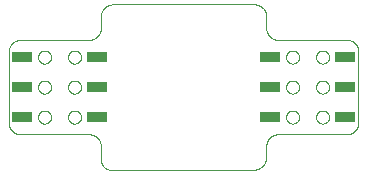
<source format=gbp>
G75*
%MOIN*%
%OFA0B0*%
%FSLAX25Y25*%
%IPPOS*%
%LPD*%
%AMOC8*
5,1,8,0,0,1.08239X$1,22.5*
%
%ADD10C,0.00000*%
%ADD11R,0.07087X0.03543*%
D10*
X0045791Y0032012D02*
X0045915Y0032010D01*
X0046038Y0032004D01*
X0046162Y0031995D01*
X0046284Y0031981D01*
X0046407Y0031964D01*
X0046529Y0031942D01*
X0046650Y0031917D01*
X0046770Y0031888D01*
X0046889Y0031856D01*
X0047008Y0031819D01*
X0047125Y0031779D01*
X0047240Y0031736D01*
X0047355Y0031688D01*
X0047467Y0031637D01*
X0047578Y0031583D01*
X0047688Y0031525D01*
X0047795Y0031464D01*
X0047901Y0031399D01*
X0048004Y0031331D01*
X0048105Y0031260D01*
X0048204Y0031186D01*
X0048301Y0031109D01*
X0048395Y0031028D01*
X0048486Y0030945D01*
X0048575Y0030859D01*
X0048661Y0030770D01*
X0048744Y0030679D01*
X0048825Y0030585D01*
X0048902Y0030488D01*
X0048976Y0030389D01*
X0049047Y0030288D01*
X0049115Y0030185D01*
X0049180Y0030079D01*
X0049241Y0029972D01*
X0049299Y0029862D01*
X0049353Y0029751D01*
X0049404Y0029639D01*
X0049452Y0029524D01*
X0049495Y0029409D01*
X0049535Y0029292D01*
X0049572Y0029173D01*
X0049604Y0029054D01*
X0049633Y0028934D01*
X0049658Y0028813D01*
X0049680Y0028691D01*
X0049697Y0028568D01*
X0049711Y0028446D01*
X0049720Y0028322D01*
X0049726Y0028199D01*
X0049728Y0028075D01*
X0049728Y0024138D01*
X0049713Y0024023D01*
X0049703Y0023907D01*
X0049696Y0023791D01*
X0049693Y0023675D01*
X0049694Y0023558D01*
X0049699Y0023442D01*
X0049708Y0023326D01*
X0049720Y0023211D01*
X0049737Y0023095D01*
X0049757Y0022981D01*
X0049781Y0022867D01*
X0049809Y0022754D01*
X0049841Y0022642D01*
X0049876Y0022532D01*
X0049915Y0022422D01*
X0049958Y0022314D01*
X0050004Y0022207D01*
X0050054Y0022102D01*
X0050108Y0021999D01*
X0050164Y0021897D01*
X0050224Y0021798D01*
X0050288Y0021700D01*
X0050354Y0021605D01*
X0050424Y0021512D01*
X0050497Y0021421D01*
X0050573Y0021333D01*
X0050652Y0021247D01*
X0050733Y0021164D01*
X0050818Y0021084D01*
X0050904Y0021007D01*
X0050994Y0020933D01*
X0051086Y0020861D01*
X0051180Y0020793D01*
X0051276Y0020728D01*
X0051375Y0020666D01*
X0051476Y0020608D01*
X0051578Y0020553D01*
X0051682Y0020501D01*
X0051788Y0020453D01*
X0051896Y0020409D01*
X0052005Y0020368D01*
X0052115Y0020331D01*
X0052226Y0020297D01*
X0052338Y0020268D01*
X0052452Y0020242D01*
X0052566Y0020219D01*
X0052681Y0020201D01*
X0099925Y0020201D01*
X0100056Y0020189D01*
X0100188Y0020180D01*
X0100320Y0020175D01*
X0100452Y0020174D01*
X0100584Y0020177D01*
X0100716Y0020184D01*
X0100848Y0020195D01*
X0100979Y0020210D01*
X0101110Y0020228D01*
X0101240Y0020251D01*
X0101369Y0020277D01*
X0101498Y0020307D01*
X0101625Y0020341D01*
X0101752Y0020379D01*
X0101877Y0020420D01*
X0102002Y0020465D01*
X0102124Y0020514D01*
X0102245Y0020566D01*
X0102365Y0020622D01*
X0102483Y0020682D01*
X0102599Y0020745D01*
X0102713Y0020811D01*
X0102825Y0020881D01*
X0102935Y0020954D01*
X0103043Y0021030D01*
X0103149Y0021110D01*
X0103252Y0021192D01*
X0103353Y0021278D01*
X0103451Y0021366D01*
X0103546Y0021457D01*
X0103639Y0021552D01*
X0103728Y0021648D01*
X0103815Y0021748D01*
X0103899Y0021850D01*
X0103980Y0021954D01*
X0104058Y0022061D01*
X0104132Y0022170D01*
X0104204Y0022281D01*
X0104272Y0022394D01*
X0104336Y0022510D01*
X0104397Y0022627D01*
X0104455Y0022745D01*
X0104509Y0022866D01*
X0104559Y0022988D01*
X0104606Y0023111D01*
X0104649Y0023236D01*
X0104689Y0023362D01*
X0104725Y0023489D01*
X0104756Y0023618D01*
X0104785Y0023747D01*
X0104809Y0023876D01*
X0104829Y0024007D01*
X0104846Y0024138D01*
X0104846Y0028075D01*
X0104848Y0028199D01*
X0104854Y0028322D01*
X0104863Y0028446D01*
X0104877Y0028568D01*
X0104894Y0028691D01*
X0104916Y0028813D01*
X0104941Y0028934D01*
X0104970Y0029054D01*
X0105002Y0029173D01*
X0105039Y0029292D01*
X0105079Y0029409D01*
X0105122Y0029524D01*
X0105170Y0029639D01*
X0105221Y0029751D01*
X0105275Y0029862D01*
X0105333Y0029972D01*
X0105394Y0030079D01*
X0105459Y0030185D01*
X0105527Y0030288D01*
X0105598Y0030389D01*
X0105672Y0030488D01*
X0105749Y0030585D01*
X0105830Y0030679D01*
X0105913Y0030770D01*
X0105999Y0030859D01*
X0106088Y0030945D01*
X0106179Y0031028D01*
X0106273Y0031109D01*
X0106370Y0031186D01*
X0106469Y0031260D01*
X0106570Y0031331D01*
X0106673Y0031399D01*
X0106779Y0031464D01*
X0106886Y0031525D01*
X0106996Y0031583D01*
X0107107Y0031637D01*
X0107219Y0031688D01*
X0107334Y0031736D01*
X0107449Y0031779D01*
X0107566Y0031819D01*
X0107685Y0031856D01*
X0107804Y0031888D01*
X0107924Y0031917D01*
X0108045Y0031942D01*
X0108167Y0031964D01*
X0108290Y0031981D01*
X0108412Y0031995D01*
X0108536Y0032004D01*
X0108659Y0032010D01*
X0108783Y0032012D01*
X0131618Y0032012D01*
X0131742Y0032014D01*
X0131865Y0032020D01*
X0131989Y0032029D01*
X0132111Y0032043D01*
X0132234Y0032060D01*
X0132356Y0032082D01*
X0132477Y0032107D01*
X0132597Y0032136D01*
X0132716Y0032168D01*
X0132835Y0032205D01*
X0132952Y0032245D01*
X0133067Y0032288D01*
X0133182Y0032336D01*
X0133294Y0032387D01*
X0133405Y0032441D01*
X0133515Y0032499D01*
X0133622Y0032560D01*
X0133728Y0032625D01*
X0133831Y0032693D01*
X0133932Y0032764D01*
X0134031Y0032838D01*
X0134128Y0032915D01*
X0134222Y0032996D01*
X0134313Y0033079D01*
X0134402Y0033165D01*
X0134488Y0033254D01*
X0134571Y0033345D01*
X0134652Y0033439D01*
X0134729Y0033536D01*
X0134803Y0033635D01*
X0134874Y0033736D01*
X0134942Y0033839D01*
X0135007Y0033945D01*
X0135068Y0034052D01*
X0135126Y0034162D01*
X0135180Y0034273D01*
X0135231Y0034385D01*
X0135279Y0034500D01*
X0135322Y0034615D01*
X0135362Y0034732D01*
X0135399Y0034851D01*
X0135431Y0034970D01*
X0135460Y0035090D01*
X0135485Y0035211D01*
X0135507Y0035333D01*
X0135524Y0035456D01*
X0135538Y0035578D01*
X0135547Y0035702D01*
X0135553Y0035825D01*
X0135555Y0035949D01*
X0135555Y0059571D01*
X0135553Y0059695D01*
X0135547Y0059818D01*
X0135538Y0059942D01*
X0135524Y0060064D01*
X0135507Y0060187D01*
X0135485Y0060309D01*
X0135460Y0060430D01*
X0135431Y0060550D01*
X0135399Y0060669D01*
X0135362Y0060788D01*
X0135322Y0060905D01*
X0135279Y0061020D01*
X0135231Y0061135D01*
X0135180Y0061247D01*
X0135126Y0061358D01*
X0135068Y0061468D01*
X0135007Y0061575D01*
X0134942Y0061681D01*
X0134874Y0061784D01*
X0134803Y0061885D01*
X0134729Y0061984D01*
X0134652Y0062081D01*
X0134571Y0062175D01*
X0134488Y0062266D01*
X0134402Y0062355D01*
X0134313Y0062441D01*
X0134222Y0062524D01*
X0134128Y0062605D01*
X0134031Y0062682D01*
X0133932Y0062756D01*
X0133831Y0062827D01*
X0133728Y0062895D01*
X0133622Y0062960D01*
X0133515Y0063021D01*
X0133405Y0063079D01*
X0133294Y0063133D01*
X0133182Y0063184D01*
X0133067Y0063232D01*
X0132952Y0063275D01*
X0132835Y0063315D01*
X0132716Y0063352D01*
X0132597Y0063384D01*
X0132477Y0063413D01*
X0132356Y0063438D01*
X0132234Y0063460D01*
X0132111Y0063477D01*
X0131989Y0063491D01*
X0131865Y0063500D01*
X0131742Y0063506D01*
X0131618Y0063508D01*
X0108783Y0063508D01*
X0108659Y0063510D01*
X0108536Y0063516D01*
X0108412Y0063525D01*
X0108290Y0063539D01*
X0108167Y0063556D01*
X0108045Y0063578D01*
X0107924Y0063603D01*
X0107804Y0063632D01*
X0107685Y0063664D01*
X0107566Y0063701D01*
X0107449Y0063741D01*
X0107334Y0063784D01*
X0107219Y0063832D01*
X0107107Y0063883D01*
X0106996Y0063937D01*
X0106886Y0063995D01*
X0106779Y0064056D01*
X0106673Y0064121D01*
X0106570Y0064189D01*
X0106469Y0064260D01*
X0106370Y0064334D01*
X0106273Y0064411D01*
X0106179Y0064492D01*
X0106088Y0064575D01*
X0105999Y0064661D01*
X0105913Y0064750D01*
X0105830Y0064841D01*
X0105749Y0064935D01*
X0105672Y0065032D01*
X0105598Y0065131D01*
X0105527Y0065232D01*
X0105459Y0065335D01*
X0105394Y0065441D01*
X0105333Y0065548D01*
X0105275Y0065658D01*
X0105221Y0065769D01*
X0105170Y0065881D01*
X0105122Y0065996D01*
X0105079Y0066111D01*
X0105039Y0066228D01*
X0105002Y0066347D01*
X0104970Y0066466D01*
X0104941Y0066586D01*
X0104916Y0066707D01*
X0104894Y0066829D01*
X0104877Y0066952D01*
X0104863Y0067074D01*
X0104854Y0067198D01*
X0104848Y0067321D01*
X0104846Y0067445D01*
X0104846Y0071382D01*
X0104844Y0071506D01*
X0104838Y0071629D01*
X0104829Y0071753D01*
X0104815Y0071875D01*
X0104798Y0071998D01*
X0104776Y0072120D01*
X0104751Y0072241D01*
X0104722Y0072361D01*
X0104690Y0072480D01*
X0104653Y0072599D01*
X0104613Y0072716D01*
X0104570Y0072831D01*
X0104522Y0072946D01*
X0104471Y0073058D01*
X0104417Y0073169D01*
X0104359Y0073279D01*
X0104298Y0073386D01*
X0104233Y0073492D01*
X0104165Y0073595D01*
X0104094Y0073696D01*
X0104020Y0073795D01*
X0103943Y0073892D01*
X0103862Y0073986D01*
X0103779Y0074077D01*
X0103693Y0074166D01*
X0103604Y0074252D01*
X0103513Y0074335D01*
X0103419Y0074416D01*
X0103322Y0074493D01*
X0103223Y0074567D01*
X0103122Y0074638D01*
X0103019Y0074706D01*
X0102913Y0074771D01*
X0102806Y0074832D01*
X0102696Y0074890D01*
X0102585Y0074944D01*
X0102473Y0074995D01*
X0102358Y0075043D01*
X0102243Y0075086D01*
X0102126Y0075126D01*
X0102007Y0075163D01*
X0101888Y0075195D01*
X0101768Y0075224D01*
X0101647Y0075249D01*
X0101525Y0075271D01*
X0101402Y0075288D01*
X0101280Y0075302D01*
X0101156Y0075311D01*
X0101033Y0075317D01*
X0100909Y0075319D01*
X0053665Y0075319D01*
X0053541Y0075317D01*
X0053418Y0075311D01*
X0053294Y0075302D01*
X0053172Y0075288D01*
X0053049Y0075271D01*
X0052927Y0075249D01*
X0052806Y0075224D01*
X0052686Y0075195D01*
X0052567Y0075163D01*
X0052448Y0075126D01*
X0052331Y0075086D01*
X0052216Y0075043D01*
X0052101Y0074995D01*
X0051989Y0074944D01*
X0051878Y0074890D01*
X0051768Y0074832D01*
X0051661Y0074771D01*
X0051555Y0074706D01*
X0051452Y0074638D01*
X0051351Y0074567D01*
X0051252Y0074493D01*
X0051155Y0074416D01*
X0051061Y0074335D01*
X0050970Y0074252D01*
X0050881Y0074166D01*
X0050795Y0074077D01*
X0050712Y0073986D01*
X0050631Y0073892D01*
X0050554Y0073795D01*
X0050480Y0073696D01*
X0050409Y0073595D01*
X0050341Y0073492D01*
X0050276Y0073386D01*
X0050215Y0073279D01*
X0050157Y0073169D01*
X0050103Y0073058D01*
X0050052Y0072946D01*
X0050004Y0072831D01*
X0049961Y0072716D01*
X0049921Y0072599D01*
X0049884Y0072480D01*
X0049852Y0072361D01*
X0049823Y0072241D01*
X0049798Y0072120D01*
X0049776Y0071998D01*
X0049759Y0071875D01*
X0049745Y0071753D01*
X0049736Y0071629D01*
X0049730Y0071506D01*
X0049728Y0071382D01*
X0049728Y0067445D01*
X0049726Y0067321D01*
X0049720Y0067198D01*
X0049711Y0067074D01*
X0049697Y0066952D01*
X0049680Y0066829D01*
X0049658Y0066707D01*
X0049633Y0066586D01*
X0049604Y0066466D01*
X0049572Y0066347D01*
X0049535Y0066228D01*
X0049495Y0066111D01*
X0049452Y0065996D01*
X0049404Y0065881D01*
X0049353Y0065769D01*
X0049299Y0065658D01*
X0049241Y0065548D01*
X0049180Y0065441D01*
X0049115Y0065335D01*
X0049047Y0065232D01*
X0048976Y0065131D01*
X0048902Y0065032D01*
X0048825Y0064935D01*
X0048744Y0064841D01*
X0048661Y0064750D01*
X0048575Y0064661D01*
X0048486Y0064575D01*
X0048395Y0064492D01*
X0048301Y0064411D01*
X0048204Y0064334D01*
X0048105Y0064260D01*
X0048004Y0064189D01*
X0047901Y0064121D01*
X0047795Y0064056D01*
X0047688Y0063995D01*
X0047578Y0063937D01*
X0047467Y0063883D01*
X0047355Y0063832D01*
X0047240Y0063784D01*
X0047125Y0063741D01*
X0047008Y0063701D01*
X0046889Y0063664D01*
X0046770Y0063632D01*
X0046650Y0063603D01*
X0046529Y0063578D01*
X0046407Y0063556D01*
X0046284Y0063539D01*
X0046162Y0063525D01*
X0046038Y0063516D01*
X0045915Y0063510D01*
X0045791Y0063508D01*
X0022957Y0063508D01*
X0022833Y0063506D01*
X0022710Y0063500D01*
X0022586Y0063491D01*
X0022464Y0063477D01*
X0022341Y0063460D01*
X0022219Y0063438D01*
X0022098Y0063413D01*
X0021978Y0063384D01*
X0021859Y0063352D01*
X0021740Y0063315D01*
X0021623Y0063275D01*
X0021508Y0063232D01*
X0021393Y0063184D01*
X0021281Y0063133D01*
X0021170Y0063079D01*
X0021060Y0063021D01*
X0020953Y0062960D01*
X0020847Y0062895D01*
X0020744Y0062827D01*
X0020643Y0062756D01*
X0020544Y0062682D01*
X0020447Y0062605D01*
X0020353Y0062524D01*
X0020262Y0062441D01*
X0020173Y0062355D01*
X0020087Y0062266D01*
X0020004Y0062175D01*
X0019923Y0062081D01*
X0019846Y0061984D01*
X0019772Y0061885D01*
X0019701Y0061784D01*
X0019633Y0061681D01*
X0019568Y0061575D01*
X0019507Y0061468D01*
X0019449Y0061358D01*
X0019395Y0061247D01*
X0019344Y0061135D01*
X0019296Y0061020D01*
X0019253Y0060905D01*
X0019213Y0060788D01*
X0019176Y0060669D01*
X0019144Y0060550D01*
X0019115Y0060430D01*
X0019090Y0060309D01*
X0019068Y0060187D01*
X0019051Y0060064D01*
X0019037Y0059942D01*
X0019028Y0059818D01*
X0019022Y0059695D01*
X0019020Y0059571D01*
X0019020Y0035949D01*
X0019022Y0035825D01*
X0019028Y0035702D01*
X0019037Y0035578D01*
X0019051Y0035456D01*
X0019068Y0035333D01*
X0019090Y0035211D01*
X0019115Y0035090D01*
X0019144Y0034970D01*
X0019176Y0034851D01*
X0019213Y0034732D01*
X0019253Y0034615D01*
X0019296Y0034500D01*
X0019344Y0034385D01*
X0019395Y0034273D01*
X0019449Y0034162D01*
X0019507Y0034052D01*
X0019568Y0033945D01*
X0019633Y0033839D01*
X0019701Y0033736D01*
X0019772Y0033635D01*
X0019846Y0033536D01*
X0019923Y0033439D01*
X0020004Y0033345D01*
X0020087Y0033254D01*
X0020173Y0033165D01*
X0020262Y0033079D01*
X0020353Y0032996D01*
X0020447Y0032915D01*
X0020544Y0032838D01*
X0020643Y0032764D01*
X0020744Y0032693D01*
X0020847Y0032625D01*
X0020953Y0032560D01*
X0021060Y0032499D01*
X0021170Y0032441D01*
X0021281Y0032387D01*
X0021393Y0032336D01*
X0021508Y0032288D01*
X0021623Y0032245D01*
X0021740Y0032205D01*
X0021859Y0032168D01*
X0021978Y0032136D01*
X0022098Y0032107D01*
X0022219Y0032082D01*
X0022341Y0032060D01*
X0022464Y0032043D01*
X0022586Y0032029D01*
X0022710Y0032020D01*
X0022833Y0032014D01*
X0022957Y0032012D01*
X0045791Y0032012D01*
X0038784Y0037760D02*
X0038786Y0037853D01*
X0038792Y0037945D01*
X0038802Y0038037D01*
X0038816Y0038128D01*
X0038833Y0038219D01*
X0038855Y0038309D01*
X0038880Y0038398D01*
X0038909Y0038486D01*
X0038942Y0038572D01*
X0038979Y0038657D01*
X0039019Y0038741D01*
X0039063Y0038822D01*
X0039110Y0038902D01*
X0039160Y0038980D01*
X0039214Y0039055D01*
X0039271Y0039128D01*
X0039331Y0039198D01*
X0039394Y0039266D01*
X0039460Y0039331D01*
X0039528Y0039393D01*
X0039599Y0039453D01*
X0039673Y0039509D01*
X0039749Y0039562D01*
X0039827Y0039611D01*
X0039907Y0039658D01*
X0039989Y0039700D01*
X0040073Y0039740D01*
X0040158Y0039775D01*
X0040245Y0039807D01*
X0040333Y0039836D01*
X0040422Y0039860D01*
X0040512Y0039881D01*
X0040603Y0039897D01*
X0040695Y0039910D01*
X0040787Y0039919D01*
X0040880Y0039924D01*
X0040972Y0039925D01*
X0041065Y0039922D01*
X0041157Y0039915D01*
X0041249Y0039904D01*
X0041340Y0039889D01*
X0041431Y0039871D01*
X0041521Y0039848D01*
X0041609Y0039822D01*
X0041697Y0039792D01*
X0041783Y0039758D01*
X0041867Y0039721D01*
X0041950Y0039679D01*
X0042031Y0039635D01*
X0042111Y0039587D01*
X0042188Y0039536D01*
X0042262Y0039481D01*
X0042335Y0039423D01*
X0042405Y0039363D01*
X0042472Y0039299D01*
X0042536Y0039233D01*
X0042598Y0039163D01*
X0042656Y0039092D01*
X0042711Y0039018D01*
X0042763Y0038941D01*
X0042812Y0038862D01*
X0042858Y0038782D01*
X0042900Y0038699D01*
X0042938Y0038615D01*
X0042973Y0038529D01*
X0043004Y0038442D01*
X0043031Y0038354D01*
X0043054Y0038264D01*
X0043074Y0038174D01*
X0043090Y0038083D01*
X0043102Y0037991D01*
X0043110Y0037899D01*
X0043114Y0037806D01*
X0043114Y0037714D01*
X0043110Y0037621D01*
X0043102Y0037529D01*
X0043090Y0037437D01*
X0043074Y0037346D01*
X0043054Y0037256D01*
X0043031Y0037166D01*
X0043004Y0037078D01*
X0042973Y0036991D01*
X0042938Y0036905D01*
X0042900Y0036821D01*
X0042858Y0036738D01*
X0042812Y0036658D01*
X0042763Y0036579D01*
X0042711Y0036502D01*
X0042656Y0036428D01*
X0042598Y0036357D01*
X0042536Y0036287D01*
X0042472Y0036221D01*
X0042405Y0036157D01*
X0042335Y0036097D01*
X0042262Y0036039D01*
X0042188Y0035984D01*
X0042111Y0035933D01*
X0042032Y0035885D01*
X0041950Y0035841D01*
X0041867Y0035799D01*
X0041783Y0035762D01*
X0041697Y0035728D01*
X0041609Y0035698D01*
X0041521Y0035672D01*
X0041431Y0035649D01*
X0041340Y0035631D01*
X0041249Y0035616D01*
X0041157Y0035605D01*
X0041065Y0035598D01*
X0040972Y0035595D01*
X0040880Y0035596D01*
X0040787Y0035601D01*
X0040695Y0035610D01*
X0040603Y0035623D01*
X0040512Y0035639D01*
X0040422Y0035660D01*
X0040333Y0035684D01*
X0040245Y0035713D01*
X0040158Y0035745D01*
X0040073Y0035780D01*
X0039989Y0035820D01*
X0039907Y0035862D01*
X0039827Y0035909D01*
X0039749Y0035958D01*
X0039673Y0036011D01*
X0039599Y0036067D01*
X0039528Y0036127D01*
X0039460Y0036189D01*
X0039394Y0036254D01*
X0039331Y0036322D01*
X0039271Y0036392D01*
X0039214Y0036465D01*
X0039160Y0036540D01*
X0039110Y0036618D01*
X0039063Y0036698D01*
X0039019Y0036779D01*
X0038979Y0036863D01*
X0038942Y0036948D01*
X0038909Y0037034D01*
X0038880Y0037122D01*
X0038855Y0037211D01*
X0038833Y0037301D01*
X0038816Y0037392D01*
X0038802Y0037483D01*
X0038792Y0037575D01*
X0038786Y0037667D01*
X0038784Y0037760D01*
X0028784Y0037760D02*
X0028786Y0037853D01*
X0028792Y0037945D01*
X0028802Y0038037D01*
X0028816Y0038128D01*
X0028833Y0038219D01*
X0028855Y0038309D01*
X0028880Y0038398D01*
X0028909Y0038486D01*
X0028942Y0038572D01*
X0028979Y0038657D01*
X0029019Y0038741D01*
X0029063Y0038822D01*
X0029110Y0038902D01*
X0029160Y0038980D01*
X0029214Y0039055D01*
X0029271Y0039128D01*
X0029331Y0039198D01*
X0029394Y0039266D01*
X0029460Y0039331D01*
X0029528Y0039393D01*
X0029599Y0039453D01*
X0029673Y0039509D01*
X0029749Y0039562D01*
X0029827Y0039611D01*
X0029907Y0039658D01*
X0029989Y0039700D01*
X0030073Y0039740D01*
X0030158Y0039775D01*
X0030245Y0039807D01*
X0030333Y0039836D01*
X0030422Y0039860D01*
X0030512Y0039881D01*
X0030603Y0039897D01*
X0030695Y0039910D01*
X0030787Y0039919D01*
X0030880Y0039924D01*
X0030972Y0039925D01*
X0031065Y0039922D01*
X0031157Y0039915D01*
X0031249Y0039904D01*
X0031340Y0039889D01*
X0031431Y0039871D01*
X0031521Y0039848D01*
X0031609Y0039822D01*
X0031697Y0039792D01*
X0031783Y0039758D01*
X0031867Y0039721D01*
X0031950Y0039679D01*
X0032031Y0039635D01*
X0032111Y0039587D01*
X0032188Y0039536D01*
X0032262Y0039481D01*
X0032335Y0039423D01*
X0032405Y0039363D01*
X0032472Y0039299D01*
X0032536Y0039233D01*
X0032598Y0039163D01*
X0032656Y0039092D01*
X0032711Y0039018D01*
X0032763Y0038941D01*
X0032812Y0038862D01*
X0032858Y0038782D01*
X0032900Y0038699D01*
X0032938Y0038615D01*
X0032973Y0038529D01*
X0033004Y0038442D01*
X0033031Y0038354D01*
X0033054Y0038264D01*
X0033074Y0038174D01*
X0033090Y0038083D01*
X0033102Y0037991D01*
X0033110Y0037899D01*
X0033114Y0037806D01*
X0033114Y0037714D01*
X0033110Y0037621D01*
X0033102Y0037529D01*
X0033090Y0037437D01*
X0033074Y0037346D01*
X0033054Y0037256D01*
X0033031Y0037166D01*
X0033004Y0037078D01*
X0032973Y0036991D01*
X0032938Y0036905D01*
X0032900Y0036821D01*
X0032858Y0036738D01*
X0032812Y0036658D01*
X0032763Y0036579D01*
X0032711Y0036502D01*
X0032656Y0036428D01*
X0032598Y0036357D01*
X0032536Y0036287D01*
X0032472Y0036221D01*
X0032405Y0036157D01*
X0032335Y0036097D01*
X0032262Y0036039D01*
X0032188Y0035984D01*
X0032111Y0035933D01*
X0032032Y0035885D01*
X0031950Y0035841D01*
X0031867Y0035799D01*
X0031783Y0035762D01*
X0031697Y0035728D01*
X0031609Y0035698D01*
X0031521Y0035672D01*
X0031431Y0035649D01*
X0031340Y0035631D01*
X0031249Y0035616D01*
X0031157Y0035605D01*
X0031065Y0035598D01*
X0030972Y0035595D01*
X0030880Y0035596D01*
X0030787Y0035601D01*
X0030695Y0035610D01*
X0030603Y0035623D01*
X0030512Y0035639D01*
X0030422Y0035660D01*
X0030333Y0035684D01*
X0030245Y0035713D01*
X0030158Y0035745D01*
X0030073Y0035780D01*
X0029989Y0035820D01*
X0029907Y0035862D01*
X0029827Y0035909D01*
X0029749Y0035958D01*
X0029673Y0036011D01*
X0029599Y0036067D01*
X0029528Y0036127D01*
X0029460Y0036189D01*
X0029394Y0036254D01*
X0029331Y0036322D01*
X0029271Y0036392D01*
X0029214Y0036465D01*
X0029160Y0036540D01*
X0029110Y0036618D01*
X0029063Y0036698D01*
X0029019Y0036779D01*
X0028979Y0036863D01*
X0028942Y0036948D01*
X0028909Y0037034D01*
X0028880Y0037122D01*
X0028855Y0037211D01*
X0028833Y0037301D01*
X0028816Y0037392D01*
X0028802Y0037483D01*
X0028792Y0037575D01*
X0028786Y0037667D01*
X0028784Y0037760D01*
X0028784Y0047760D02*
X0028786Y0047853D01*
X0028792Y0047945D01*
X0028802Y0048037D01*
X0028816Y0048128D01*
X0028833Y0048219D01*
X0028855Y0048309D01*
X0028880Y0048398D01*
X0028909Y0048486D01*
X0028942Y0048572D01*
X0028979Y0048657D01*
X0029019Y0048741D01*
X0029063Y0048822D01*
X0029110Y0048902D01*
X0029160Y0048980D01*
X0029214Y0049055D01*
X0029271Y0049128D01*
X0029331Y0049198D01*
X0029394Y0049266D01*
X0029460Y0049331D01*
X0029528Y0049393D01*
X0029599Y0049453D01*
X0029673Y0049509D01*
X0029749Y0049562D01*
X0029827Y0049611D01*
X0029907Y0049658D01*
X0029989Y0049700D01*
X0030073Y0049740D01*
X0030158Y0049775D01*
X0030245Y0049807D01*
X0030333Y0049836D01*
X0030422Y0049860D01*
X0030512Y0049881D01*
X0030603Y0049897D01*
X0030695Y0049910D01*
X0030787Y0049919D01*
X0030880Y0049924D01*
X0030972Y0049925D01*
X0031065Y0049922D01*
X0031157Y0049915D01*
X0031249Y0049904D01*
X0031340Y0049889D01*
X0031431Y0049871D01*
X0031521Y0049848D01*
X0031609Y0049822D01*
X0031697Y0049792D01*
X0031783Y0049758D01*
X0031867Y0049721D01*
X0031950Y0049679D01*
X0032031Y0049635D01*
X0032111Y0049587D01*
X0032188Y0049536D01*
X0032262Y0049481D01*
X0032335Y0049423D01*
X0032405Y0049363D01*
X0032472Y0049299D01*
X0032536Y0049233D01*
X0032598Y0049163D01*
X0032656Y0049092D01*
X0032711Y0049018D01*
X0032763Y0048941D01*
X0032812Y0048862D01*
X0032858Y0048782D01*
X0032900Y0048699D01*
X0032938Y0048615D01*
X0032973Y0048529D01*
X0033004Y0048442D01*
X0033031Y0048354D01*
X0033054Y0048264D01*
X0033074Y0048174D01*
X0033090Y0048083D01*
X0033102Y0047991D01*
X0033110Y0047899D01*
X0033114Y0047806D01*
X0033114Y0047714D01*
X0033110Y0047621D01*
X0033102Y0047529D01*
X0033090Y0047437D01*
X0033074Y0047346D01*
X0033054Y0047256D01*
X0033031Y0047166D01*
X0033004Y0047078D01*
X0032973Y0046991D01*
X0032938Y0046905D01*
X0032900Y0046821D01*
X0032858Y0046738D01*
X0032812Y0046658D01*
X0032763Y0046579D01*
X0032711Y0046502D01*
X0032656Y0046428D01*
X0032598Y0046357D01*
X0032536Y0046287D01*
X0032472Y0046221D01*
X0032405Y0046157D01*
X0032335Y0046097D01*
X0032262Y0046039D01*
X0032188Y0045984D01*
X0032111Y0045933D01*
X0032032Y0045885D01*
X0031950Y0045841D01*
X0031867Y0045799D01*
X0031783Y0045762D01*
X0031697Y0045728D01*
X0031609Y0045698D01*
X0031521Y0045672D01*
X0031431Y0045649D01*
X0031340Y0045631D01*
X0031249Y0045616D01*
X0031157Y0045605D01*
X0031065Y0045598D01*
X0030972Y0045595D01*
X0030880Y0045596D01*
X0030787Y0045601D01*
X0030695Y0045610D01*
X0030603Y0045623D01*
X0030512Y0045639D01*
X0030422Y0045660D01*
X0030333Y0045684D01*
X0030245Y0045713D01*
X0030158Y0045745D01*
X0030073Y0045780D01*
X0029989Y0045820D01*
X0029907Y0045862D01*
X0029827Y0045909D01*
X0029749Y0045958D01*
X0029673Y0046011D01*
X0029599Y0046067D01*
X0029528Y0046127D01*
X0029460Y0046189D01*
X0029394Y0046254D01*
X0029331Y0046322D01*
X0029271Y0046392D01*
X0029214Y0046465D01*
X0029160Y0046540D01*
X0029110Y0046618D01*
X0029063Y0046698D01*
X0029019Y0046779D01*
X0028979Y0046863D01*
X0028942Y0046948D01*
X0028909Y0047034D01*
X0028880Y0047122D01*
X0028855Y0047211D01*
X0028833Y0047301D01*
X0028816Y0047392D01*
X0028802Y0047483D01*
X0028792Y0047575D01*
X0028786Y0047667D01*
X0028784Y0047760D01*
X0038784Y0047760D02*
X0038786Y0047853D01*
X0038792Y0047945D01*
X0038802Y0048037D01*
X0038816Y0048128D01*
X0038833Y0048219D01*
X0038855Y0048309D01*
X0038880Y0048398D01*
X0038909Y0048486D01*
X0038942Y0048572D01*
X0038979Y0048657D01*
X0039019Y0048741D01*
X0039063Y0048822D01*
X0039110Y0048902D01*
X0039160Y0048980D01*
X0039214Y0049055D01*
X0039271Y0049128D01*
X0039331Y0049198D01*
X0039394Y0049266D01*
X0039460Y0049331D01*
X0039528Y0049393D01*
X0039599Y0049453D01*
X0039673Y0049509D01*
X0039749Y0049562D01*
X0039827Y0049611D01*
X0039907Y0049658D01*
X0039989Y0049700D01*
X0040073Y0049740D01*
X0040158Y0049775D01*
X0040245Y0049807D01*
X0040333Y0049836D01*
X0040422Y0049860D01*
X0040512Y0049881D01*
X0040603Y0049897D01*
X0040695Y0049910D01*
X0040787Y0049919D01*
X0040880Y0049924D01*
X0040972Y0049925D01*
X0041065Y0049922D01*
X0041157Y0049915D01*
X0041249Y0049904D01*
X0041340Y0049889D01*
X0041431Y0049871D01*
X0041521Y0049848D01*
X0041609Y0049822D01*
X0041697Y0049792D01*
X0041783Y0049758D01*
X0041867Y0049721D01*
X0041950Y0049679D01*
X0042031Y0049635D01*
X0042111Y0049587D01*
X0042188Y0049536D01*
X0042262Y0049481D01*
X0042335Y0049423D01*
X0042405Y0049363D01*
X0042472Y0049299D01*
X0042536Y0049233D01*
X0042598Y0049163D01*
X0042656Y0049092D01*
X0042711Y0049018D01*
X0042763Y0048941D01*
X0042812Y0048862D01*
X0042858Y0048782D01*
X0042900Y0048699D01*
X0042938Y0048615D01*
X0042973Y0048529D01*
X0043004Y0048442D01*
X0043031Y0048354D01*
X0043054Y0048264D01*
X0043074Y0048174D01*
X0043090Y0048083D01*
X0043102Y0047991D01*
X0043110Y0047899D01*
X0043114Y0047806D01*
X0043114Y0047714D01*
X0043110Y0047621D01*
X0043102Y0047529D01*
X0043090Y0047437D01*
X0043074Y0047346D01*
X0043054Y0047256D01*
X0043031Y0047166D01*
X0043004Y0047078D01*
X0042973Y0046991D01*
X0042938Y0046905D01*
X0042900Y0046821D01*
X0042858Y0046738D01*
X0042812Y0046658D01*
X0042763Y0046579D01*
X0042711Y0046502D01*
X0042656Y0046428D01*
X0042598Y0046357D01*
X0042536Y0046287D01*
X0042472Y0046221D01*
X0042405Y0046157D01*
X0042335Y0046097D01*
X0042262Y0046039D01*
X0042188Y0045984D01*
X0042111Y0045933D01*
X0042032Y0045885D01*
X0041950Y0045841D01*
X0041867Y0045799D01*
X0041783Y0045762D01*
X0041697Y0045728D01*
X0041609Y0045698D01*
X0041521Y0045672D01*
X0041431Y0045649D01*
X0041340Y0045631D01*
X0041249Y0045616D01*
X0041157Y0045605D01*
X0041065Y0045598D01*
X0040972Y0045595D01*
X0040880Y0045596D01*
X0040787Y0045601D01*
X0040695Y0045610D01*
X0040603Y0045623D01*
X0040512Y0045639D01*
X0040422Y0045660D01*
X0040333Y0045684D01*
X0040245Y0045713D01*
X0040158Y0045745D01*
X0040073Y0045780D01*
X0039989Y0045820D01*
X0039907Y0045862D01*
X0039827Y0045909D01*
X0039749Y0045958D01*
X0039673Y0046011D01*
X0039599Y0046067D01*
X0039528Y0046127D01*
X0039460Y0046189D01*
X0039394Y0046254D01*
X0039331Y0046322D01*
X0039271Y0046392D01*
X0039214Y0046465D01*
X0039160Y0046540D01*
X0039110Y0046618D01*
X0039063Y0046698D01*
X0039019Y0046779D01*
X0038979Y0046863D01*
X0038942Y0046948D01*
X0038909Y0047034D01*
X0038880Y0047122D01*
X0038855Y0047211D01*
X0038833Y0047301D01*
X0038816Y0047392D01*
X0038802Y0047483D01*
X0038792Y0047575D01*
X0038786Y0047667D01*
X0038784Y0047760D01*
X0038784Y0057760D02*
X0038786Y0057853D01*
X0038792Y0057945D01*
X0038802Y0058037D01*
X0038816Y0058128D01*
X0038833Y0058219D01*
X0038855Y0058309D01*
X0038880Y0058398D01*
X0038909Y0058486D01*
X0038942Y0058572D01*
X0038979Y0058657D01*
X0039019Y0058741D01*
X0039063Y0058822D01*
X0039110Y0058902D01*
X0039160Y0058980D01*
X0039214Y0059055D01*
X0039271Y0059128D01*
X0039331Y0059198D01*
X0039394Y0059266D01*
X0039460Y0059331D01*
X0039528Y0059393D01*
X0039599Y0059453D01*
X0039673Y0059509D01*
X0039749Y0059562D01*
X0039827Y0059611D01*
X0039907Y0059658D01*
X0039989Y0059700D01*
X0040073Y0059740D01*
X0040158Y0059775D01*
X0040245Y0059807D01*
X0040333Y0059836D01*
X0040422Y0059860D01*
X0040512Y0059881D01*
X0040603Y0059897D01*
X0040695Y0059910D01*
X0040787Y0059919D01*
X0040880Y0059924D01*
X0040972Y0059925D01*
X0041065Y0059922D01*
X0041157Y0059915D01*
X0041249Y0059904D01*
X0041340Y0059889D01*
X0041431Y0059871D01*
X0041521Y0059848D01*
X0041609Y0059822D01*
X0041697Y0059792D01*
X0041783Y0059758D01*
X0041867Y0059721D01*
X0041950Y0059679D01*
X0042031Y0059635D01*
X0042111Y0059587D01*
X0042188Y0059536D01*
X0042262Y0059481D01*
X0042335Y0059423D01*
X0042405Y0059363D01*
X0042472Y0059299D01*
X0042536Y0059233D01*
X0042598Y0059163D01*
X0042656Y0059092D01*
X0042711Y0059018D01*
X0042763Y0058941D01*
X0042812Y0058862D01*
X0042858Y0058782D01*
X0042900Y0058699D01*
X0042938Y0058615D01*
X0042973Y0058529D01*
X0043004Y0058442D01*
X0043031Y0058354D01*
X0043054Y0058264D01*
X0043074Y0058174D01*
X0043090Y0058083D01*
X0043102Y0057991D01*
X0043110Y0057899D01*
X0043114Y0057806D01*
X0043114Y0057714D01*
X0043110Y0057621D01*
X0043102Y0057529D01*
X0043090Y0057437D01*
X0043074Y0057346D01*
X0043054Y0057256D01*
X0043031Y0057166D01*
X0043004Y0057078D01*
X0042973Y0056991D01*
X0042938Y0056905D01*
X0042900Y0056821D01*
X0042858Y0056738D01*
X0042812Y0056658D01*
X0042763Y0056579D01*
X0042711Y0056502D01*
X0042656Y0056428D01*
X0042598Y0056357D01*
X0042536Y0056287D01*
X0042472Y0056221D01*
X0042405Y0056157D01*
X0042335Y0056097D01*
X0042262Y0056039D01*
X0042188Y0055984D01*
X0042111Y0055933D01*
X0042032Y0055885D01*
X0041950Y0055841D01*
X0041867Y0055799D01*
X0041783Y0055762D01*
X0041697Y0055728D01*
X0041609Y0055698D01*
X0041521Y0055672D01*
X0041431Y0055649D01*
X0041340Y0055631D01*
X0041249Y0055616D01*
X0041157Y0055605D01*
X0041065Y0055598D01*
X0040972Y0055595D01*
X0040880Y0055596D01*
X0040787Y0055601D01*
X0040695Y0055610D01*
X0040603Y0055623D01*
X0040512Y0055639D01*
X0040422Y0055660D01*
X0040333Y0055684D01*
X0040245Y0055713D01*
X0040158Y0055745D01*
X0040073Y0055780D01*
X0039989Y0055820D01*
X0039907Y0055862D01*
X0039827Y0055909D01*
X0039749Y0055958D01*
X0039673Y0056011D01*
X0039599Y0056067D01*
X0039528Y0056127D01*
X0039460Y0056189D01*
X0039394Y0056254D01*
X0039331Y0056322D01*
X0039271Y0056392D01*
X0039214Y0056465D01*
X0039160Y0056540D01*
X0039110Y0056618D01*
X0039063Y0056698D01*
X0039019Y0056779D01*
X0038979Y0056863D01*
X0038942Y0056948D01*
X0038909Y0057034D01*
X0038880Y0057122D01*
X0038855Y0057211D01*
X0038833Y0057301D01*
X0038816Y0057392D01*
X0038802Y0057483D01*
X0038792Y0057575D01*
X0038786Y0057667D01*
X0038784Y0057760D01*
X0028784Y0057760D02*
X0028786Y0057853D01*
X0028792Y0057945D01*
X0028802Y0058037D01*
X0028816Y0058128D01*
X0028833Y0058219D01*
X0028855Y0058309D01*
X0028880Y0058398D01*
X0028909Y0058486D01*
X0028942Y0058572D01*
X0028979Y0058657D01*
X0029019Y0058741D01*
X0029063Y0058822D01*
X0029110Y0058902D01*
X0029160Y0058980D01*
X0029214Y0059055D01*
X0029271Y0059128D01*
X0029331Y0059198D01*
X0029394Y0059266D01*
X0029460Y0059331D01*
X0029528Y0059393D01*
X0029599Y0059453D01*
X0029673Y0059509D01*
X0029749Y0059562D01*
X0029827Y0059611D01*
X0029907Y0059658D01*
X0029989Y0059700D01*
X0030073Y0059740D01*
X0030158Y0059775D01*
X0030245Y0059807D01*
X0030333Y0059836D01*
X0030422Y0059860D01*
X0030512Y0059881D01*
X0030603Y0059897D01*
X0030695Y0059910D01*
X0030787Y0059919D01*
X0030880Y0059924D01*
X0030972Y0059925D01*
X0031065Y0059922D01*
X0031157Y0059915D01*
X0031249Y0059904D01*
X0031340Y0059889D01*
X0031431Y0059871D01*
X0031521Y0059848D01*
X0031609Y0059822D01*
X0031697Y0059792D01*
X0031783Y0059758D01*
X0031867Y0059721D01*
X0031950Y0059679D01*
X0032031Y0059635D01*
X0032111Y0059587D01*
X0032188Y0059536D01*
X0032262Y0059481D01*
X0032335Y0059423D01*
X0032405Y0059363D01*
X0032472Y0059299D01*
X0032536Y0059233D01*
X0032598Y0059163D01*
X0032656Y0059092D01*
X0032711Y0059018D01*
X0032763Y0058941D01*
X0032812Y0058862D01*
X0032858Y0058782D01*
X0032900Y0058699D01*
X0032938Y0058615D01*
X0032973Y0058529D01*
X0033004Y0058442D01*
X0033031Y0058354D01*
X0033054Y0058264D01*
X0033074Y0058174D01*
X0033090Y0058083D01*
X0033102Y0057991D01*
X0033110Y0057899D01*
X0033114Y0057806D01*
X0033114Y0057714D01*
X0033110Y0057621D01*
X0033102Y0057529D01*
X0033090Y0057437D01*
X0033074Y0057346D01*
X0033054Y0057256D01*
X0033031Y0057166D01*
X0033004Y0057078D01*
X0032973Y0056991D01*
X0032938Y0056905D01*
X0032900Y0056821D01*
X0032858Y0056738D01*
X0032812Y0056658D01*
X0032763Y0056579D01*
X0032711Y0056502D01*
X0032656Y0056428D01*
X0032598Y0056357D01*
X0032536Y0056287D01*
X0032472Y0056221D01*
X0032405Y0056157D01*
X0032335Y0056097D01*
X0032262Y0056039D01*
X0032188Y0055984D01*
X0032111Y0055933D01*
X0032032Y0055885D01*
X0031950Y0055841D01*
X0031867Y0055799D01*
X0031783Y0055762D01*
X0031697Y0055728D01*
X0031609Y0055698D01*
X0031521Y0055672D01*
X0031431Y0055649D01*
X0031340Y0055631D01*
X0031249Y0055616D01*
X0031157Y0055605D01*
X0031065Y0055598D01*
X0030972Y0055595D01*
X0030880Y0055596D01*
X0030787Y0055601D01*
X0030695Y0055610D01*
X0030603Y0055623D01*
X0030512Y0055639D01*
X0030422Y0055660D01*
X0030333Y0055684D01*
X0030245Y0055713D01*
X0030158Y0055745D01*
X0030073Y0055780D01*
X0029989Y0055820D01*
X0029907Y0055862D01*
X0029827Y0055909D01*
X0029749Y0055958D01*
X0029673Y0056011D01*
X0029599Y0056067D01*
X0029528Y0056127D01*
X0029460Y0056189D01*
X0029394Y0056254D01*
X0029331Y0056322D01*
X0029271Y0056392D01*
X0029214Y0056465D01*
X0029160Y0056540D01*
X0029110Y0056618D01*
X0029063Y0056698D01*
X0029019Y0056779D01*
X0028979Y0056863D01*
X0028942Y0056948D01*
X0028909Y0057034D01*
X0028880Y0057122D01*
X0028855Y0057211D01*
X0028833Y0057301D01*
X0028816Y0057392D01*
X0028802Y0057483D01*
X0028792Y0057575D01*
X0028786Y0057667D01*
X0028784Y0057760D01*
X0111461Y0057760D02*
X0111463Y0057853D01*
X0111469Y0057945D01*
X0111479Y0058037D01*
X0111493Y0058128D01*
X0111510Y0058219D01*
X0111532Y0058309D01*
X0111557Y0058398D01*
X0111586Y0058486D01*
X0111619Y0058572D01*
X0111656Y0058657D01*
X0111696Y0058741D01*
X0111740Y0058822D01*
X0111787Y0058902D01*
X0111837Y0058980D01*
X0111891Y0059055D01*
X0111948Y0059128D01*
X0112008Y0059198D01*
X0112071Y0059266D01*
X0112137Y0059331D01*
X0112205Y0059393D01*
X0112276Y0059453D01*
X0112350Y0059509D01*
X0112426Y0059562D01*
X0112504Y0059611D01*
X0112584Y0059658D01*
X0112666Y0059700D01*
X0112750Y0059740D01*
X0112835Y0059775D01*
X0112922Y0059807D01*
X0113010Y0059836D01*
X0113099Y0059860D01*
X0113189Y0059881D01*
X0113280Y0059897D01*
X0113372Y0059910D01*
X0113464Y0059919D01*
X0113557Y0059924D01*
X0113649Y0059925D01*
X0113742Y0059922D01*
X0113834Y0059915D01*
X0113926Y0059904D01*
X0114017Y0059889D01*
X0114108Y0059871D01*
X0114198Y0059848D01*
X0114286Y0059822D01*
X0114374Y0059792D01*
X0114460Y0059758D01*
X0114544Y0059721D01*
X0114627Y0059679D01*
X0114708Y0059635D01*
X0114788Y0059587D01*
X0114865Y0059536D01*
X0114939Y0059481D01*
X0115012Y0059423D01*
X0115082Y0059363D01*
X0115149Y0059299D01*
X0115213Y0059233D01*
X0115275Y0059163D01*
X0115333Y0059092D01*
X0115388Y0059018D01*
X0115440Y0058941D01*
X0115489Y0058862D01*
X0115535Y0058782D01*
X0115577Y0058699D01*
X0115615Y0058615D01*
X0115650Y0058529D01*
X0115681Y0058442D01*
X0115708Y0058354D01*
X0115731Y0058264D01*
X0115751Y0058174D01*
X0115767Y0058083D01*
X0115779Y0057991D01*
X0115787Y0057899D01*
X0115791Y0057806D01*
X0115791Y0057714D01*
X0115787Y0057621D01*
X0115779Y0057529D01*
X0115767Y0057437D01*
X0115751Y0057346D01*
X0115731Y0057256D01*
X0115708Y0057166D01*
X0115681Y0057078D01*
X0115650Y0056991D01*
X0115615Y0056905D01*
X0115577Y0056821D01*
X0115535Y0056738D01*
X0115489Y0056658D01*
X0115440Y0056579D01*
X0115388Y0056502D01*
X0115333Y0056428D01*
X0115275Y0056357D01*
X0115213Y0056287D01*
X0115149Y0056221D01*
X0115082Y0056157D01*
X0115012Y0056097D01*
X0114939Y0056039D01*
X0114865Y0055984D01*
X0114788Y0055933D01*
X0114709Y0055885D01*
X0114627Y0055841D01*
X0114544Y0055799D01*
X0114460Y0055762D01*
X0114374Y0055728D01*
X0114286Y0055698D01*
X0114198Y0055672D01*
X0114108Y0055649D01*
X0114017Y0055631D01*
X0113926Y0055616D01*
X0113834Y0055605D01*
X0113742Y0055598D01*
X0113649Y0055595D01*
X0113557Y0055596D01*
X0113464Y0055601D01*
X0113372Y0055610D01*
X0113280Y0055623D01*
X0113189Y0055639D01*
X0113099Y0055660D01*
X0113010Y0055684D01*
X0112922Y0055713D01*
X0112835Y0055745D01*
X0112750Y0055780D01*
X0112666Y0055820D01*
X0112584Y0055862D01*
X0112504Y0055909D01*
X0112426Y0055958D01*
X0112350Y0056011D01*
X0112276Y0056067D01*
X0112205Y0056127D01*
X0112137Y0056189D01*
X0112071Y0056254D01*
X0112008Y0056322D01*
X0111948Y0056392D01*
X0111891Y0056465D01*
X0111837Y0056540D01*
X0111787Y0056618D01*
X0111740Y0056698D01*
X0111696Y0056779D01*
X0111656Y0056863D01*
X0111619Y0056948D01*
X0111586Y0057034D01*
X0111557Y0057122D01*
X0111532Y0057211D01*
X0111510Y0057301D01*
X0111493Y0057392D01*
X0111479Y0057483D01*
X0111469Y0057575D01*
X0111463Y0057667D01*
X0111461Y0057760D01*
X0121461Y0057760D02*
X0121463Y0057853D01*
X0121469Y0057945D01*
X0121479Y0058037D01*
X0121493Y0058128D01*
X0121510Y0058219D01*
X0121532Y0058309D01*
X0121557Y0058398D01*
X0121586Y0058486D01*
X0121619Y0058572D01*
X0121656Y0058657D01*
X0121696Y0058741D01*
X0121740Y0058822D01*
X0121787Y0058902D01*
X0121837Y0058980D01*
X0121891Y0059055D01*
X0121948Y0059128D01*
X0122008Y0059198D01*
X0122071Y0059266D01*
X0122137Y0059331D01*
X0122205Y0059393D01*
X0122276Y0059453D01*
X0122350Y0059509D01*
X0122426Y0059562D01*
X0122504Y0059611D01*
X0122584Y0059658D01*
X0122666Y0059700D01*
X0122750Y0059740D01*
X0122835Y0059775D01*
X0122922Y0059807D01*
X0123010Y0059836D01*
X0123099Y0059860D01*
X0123189Y0059881D01*
X0123280Y0059897D01*
X0123372Y0059910D01*
X0123464Y0059919D01*
X0123557Y0059924D01*
X0123649Y0059925D01*
X0123742Y0059922D01*
X0123834Y0059915D01*
X0123926Y0059904D01*
X0124017Y0059889D01*
X0124108Y0059871D01*
X0124198Y0059848D01*
X0124286Y0059822D01*
X0124374Y0059792D01*
X0124460Y0059758D01*
X0124544Y0059721D01*
X0124627Y0059679D01*
X0124708Y0059635D01*
X0124788Y0059587D01*
X0124865Y0059536D01*
X0124939Y0059481D01*
X0125012Y0059423D01*
X0125082Y0059363D01*
X0125149Y0059299D01*
X0125213Y0059233D01*
X0125275Y0059163D01*
X0125333Y0059092D01*
X0125388Y0059018D01*
X0125440Y0058941D01*
X0125489Y0058862D01*
X0125535Y0058782D01*
X0125577Y0058699D01*
X0125615Y0058615D01*
X0125650Y0058529D01*
X0125681Y0058442D01*
X0125708Y0058354D01*
X0125731Y0058264D01*
X0125751Y0058174D01*
X0125767Y0058083D01*
X0125779Y0057991D01*
X0125787Y0057899D01*
X0125791Y0057806D01*
X0125791Y0057714D01*
X0125787Y0057621D01*
X0125779Y0057529D01*
X0125767Y0057437D01*
X0125751Y0057346D01*
X0125731Y0057256D01*
X0125708Y0057166D01*
X0125681Y0057078D01*
X0125650Y0056991D01*
X0125615Y0056905D01*
X0125577Y0056821D01*
X0125535Y0056738D01*
X0125489Y0056658D01*
X0125440Y0056579D01*
X0125388Y0056502D01*
X0125333Y0056428D01*
X0125275Y0056357D01*
X0125213Y0056287D01*
X0125149Y0056221D01*
X0125082Y0056157D01*
X0125012Y0056097D01*
X0124939Y0056039D01*
X0124865Y0055984D01*
X0124788Y0055933D01*
X0124709Y0055885D01*
X0124627Y0055841D01*
X0124544Y0055799D01*
X0124460Y0055762D01*
X0124374Y0055728D01*
X0124286Y0055698D01*
X0124198Y0055672D01*
X0124108Y0055649D01*
X0124017Y0055631D01*
X0123926Y0055616D01*
X0123834Y0055605D01*
X0123742Y0055598D01*
X0123649Y0055595D01*
X0123557Y0055596D01*
X0123464Y0055601D01*
X0123372Y0055610D01*
X0123280Y0055623D01*
X0123189Y0055639D01*
X0123099Y0055660D01*
X0123010Y0055684D01*
X0122922Y0055713D01*
X0122835Y0055745D01*
X0122750Y0055780D01*
X0122666Y0055820D01*
X0122584Y0055862D01*
X0122504Y0055909D01*
X0122426Y0055958D01*
X0122350Y0056011D01*
X0122276Y0056067D01*
X0122205Y0056127D01*
X0122137Y0056189D01*
X0122071Y0056254D01*
X0122008Y0056322D01*
X0121948Y0056392D01*
X0121891Y0056465D01*
X0121837Y0056540D01*
X0121787Y0056618D01*
X0121740Y0056698D01*
X0121696Y0056779D01*
X0121656Y0056863D01*
X0121619Y0056948D01*
X0121586Y0057034D01*
X0121557Y0057122D01*
X0121532Y0057211D01*
X0121510Y0057301D01*
X0121493Y0057392D01*
X0121479Y0057483D01*
X0121469Y0057575D01*
X0121463Y0057667D01*
X0121461Y0057760D01*
X0121461Y0047760D02*
X0121463Y0047853D01*
X0121469Y0047945D01*
X0121479Y0048037D01*
X0121493Y0048128D01*
X0121510Y0048219D01*
X0121532Y0048309D01*
X0121557Y0048398D01*
X0121586Y0048486D01*
X0121619Y0048572D01*
X0121656Y0048657D01*
X0121696Y0048741D01*
X0121740Y0048822D01*
X0121787Y0048902D01*
X0121837Y0048980D01*
X0121891Y0049055D01*
X0121948Y0049128D01*
X0122008Y0049198D01*
X0122071Y0049266D01*
X0122137Y0049331D01*
X0122205Y0049393D01*
X0122276Y0049453D01*
X0122350Y0049509D01*
X0122426Y0049562D01*
X0122504Y0049611D01*
X0122584Y0049658D01*
X0122666Y0049700D01*
X0122750Y0049740D01*
X0122835Y0049775D01*
X0122922Y0049807D01*
X0123010Y0049836D01*
X0123099Y0049860D01*
X0123189Y0049881D01*
X0123280Y0049897D01*
X0123372Y0049910D01*
X0123464Y0049919D01*
X0123557Y0049924D01*
X0123649Y0049925D01*
X0123742Y0049922D01*
X0123834Y0049915D01*
X0123926Y0049904D01*
X0124017Y0049889D01*
X0124108Y0049871D01*
X0124198Y0049848D01*
X0124286Y0049822D01*
X0124374Y0049792D01*
X0124460Y0049758D01*
X0124544Y0049721D01*
X0124627Y0049679D01*
X0124708Y0049635D01*
X0124788Y0049587D01*
X0124865Y0049536D01*
X0124939Y0049481D01*
X0125012Y0049423D01*
X0125082Y0049363D01*
X0125149Y0049299D01*
X0125213Y0049233D01*
X0125275Y0049163D01*
X0125333Y0049092D01*
X0125388Y0049018D01*
X0125440Y0048941D01*
X0125489Y0048862D01*
X0125535Y0048782D01*
X0125577Y0048699D01*
X0125615Y0048615D01*
X0125650Y0048529D01*
X0125681Y0048442D01*
X0125708Y0048354D01*
X0125731Y0048264D01*
X0125751Y0048174D01*
X0125767Y0048083D01*
X0125779Y0047991D01*
X0125787Y0047899D01*
X0125791Y0047806D01*
X0125791Y0047714D01*
X0125787Y0047621D01*
X0125779Y0047529D01*
X0125767Y0047437D01*
X0125751Y0047346D01*
X0125731Y0047256D01*
X0125708Y0047166D01*
X0125681Y0047078D01*
X0125650Y0046991D01*
X0125615Y0046905D01*
X0125577Y0046821D01*
X0125535Y0046738D01*
X0125489Y0046658D01*
X0125440Y0046579D01*
X0125388Y0046502D01*
X0125333Y0046428D01*
X0125275Y0046357D01*
X0125213Y0046287D01*
X0125149Y0046221D01*
X0125082Y0046157D01*
X0125012Y0046097D01*
X0124939Y0046039D01*
X0124865Y0045984D01*
X0124788Y0045933D01*
X0124709Y0045885D01*
X0124627Y0045841D01*
X0124544Y0045799D01*
X0124460Y0045762D01*
X0124374Y0045728D01*
X0124286Y0045698D01*
X0124198Y0045672D01*
X0124108Y0045649D01*
X0124017Y0045631D01*
X0123926Y0045616D01*
X0123834Y0045605D01*
X0123742Y0045598D01*
X0123649Y0045595D01*
X0123557Y0045596D01*
X0123464Y0045601D01*
X0123372Y0045610D01*
X0123280Y0045623D01*
X0123189Y0045639D01*
X0123099Y0045660D01*
X0123010Y0045684D01*
X0122922Y0045713D01*
X0122835Y0045745D01*
X0122750Y0045780D01*
X0122666Y0045820D01*
X0122584Y0045862D01*
X0122504Y0045909D01*
X0122426Y0045958D01*
X0122350Y0046011D01*
X0122276Y0046067D01*
X0122205Y0046127D01*
X0122137Y0046189D01*
X0122071Y0046254D01*
X0122008Y0046322D01*
X0121948Y0046392D01*
X0121891Y0046465D01*
X0121837Y0046540D01*
X0121787Y0046618D01*
X0121740Y0046698D01*
X0121696Y0046779D01*
X0121656Y0046863D01*
X0121619Y0046948D01*
X0121586Y0047034D01*
X0121557Y0047122D01*
X0121532Y0047211D01*
X0121510Y0047301D01*
X0121493Y0047392D01*
X0121479Y0047483D01*
X0121469Y0047575D01*
X0121463Y0047667D01*
X0121461Y0047760D01*
X0111461Y0047760D02*
X0111463Y0047853D01*
X0111469Y0047945D01*
X0111479Y0048037D01*
X0111493Y0048128D01*
X0111510Y0048219D01*
X0111532Y0048309D01*
X0111557Y0048398D01*
X0111586Y0048486D01*
X0111619Y0048572D01*
X0111656Y0048657D01*
X0111696Y0048741D01*
X0111740Y0048822D01*
X0111787Y0048902D01*
X0111837Y0048980D01*
X0111891Y0049055D01*
X0111948Y0049128D01*
X0112008Y0049198D01*
X0112071Y0049266D01*
X0112137Y0049331D01*
X0112205Y0049393D01*
X0112276Y0049453D01*
X0112350Y0049509D01*
X0112426Y0049562D01*
X0112504Y0049611D01*
X0112584Y0049658D01*
X0112666Y0049700D01*
X0112750Y0049740D01*
X0112835Y0049775D01*
X0112922Y0049807D01*
X0113010Y0049836D01*
X0113099Y0049860D01*
X0113189Y0049881D01*
X0113280Y0049897D01*
X0113372Y0049910D01*
X0113464Y0049919D01*
X0113557Y0049924D01*
X0113649Y0049925D01*
X0113742Y0049922D01*
X0113834Y0049915D01*
X0113926Y0049904D01*
X0114017Y0049889D01*
X0114108Y0049871D01*
X0114198Y0049848D01*
X0114286Y0049822D01*
X0114374Y0049792D01*
X0114460Y0049758D01*
X0114544Y0049721D01*
X0114627Y0049679D01*
X0114708Y0049635D01*
X0114788Y0049587D01*
X0114865Y0049536D01*
X0114939Y0049481D01*
X0115012Y0049423D01*
X0115082Y0049363D01*
X0115149Y0049299D01*
X0115213Y0049233D01*
X0115275Y0049163D01*
X0115333Y0049092D01*
X0115388Y0049018D01*
X0115440Y0048941D01*
X0115489Y0048862D01*
X0115535Y0048782D01*
X0115577Y0048699D01*
X0115615Y0048615D01*
X0115650Y0048529D01*
X0115681Y0048442D01*
X0115708Y0048354D01*
X0115731Y0048264D01*
X0115751Y0048174D01*
X0115767Y0048083D01*
X0115779Y0047991D01*
X0115787Y0047899D01*
X0115791Y0047806D01*
X0115791Y0047714D01*
X0115787Y0047621D01*
X0115779Y0047529D01*
X0115767Y0047437D01*
X0115751Y0047346D01*
X0115731Y0047256D01*
X0115708Y0047166D01*
X0115681Y0047078D01*
X0115650Y0046991D01*
X0115615Y0046905D01*
X0115577Y0046821D01*
X0115535Y0046738D01*
X0115489Y0046658D01*
X0115440Y0046579D01*
X0115388Y0046502D01*
X0115333Y0046428D01*
X0115275Y0046357D01*
X0115213Y0046287D01*
X0115149Y0046221D01*
X0115082Y0046157D01*
X0115012Y0046097D01*
X0114939Y0046039D01*
X0114865Y0045984D01*
X0114788Y0045933D01*
X0114709Y0045885D01*
X0114627Y0045841D01*
X0114544Y0045799D01*
X0114460Y0045762D01*
X0114374Y0045728D01*
X0114286Y0045698D01*
X0114198Y0045672D01*
X0114108Y0045649D01*
X0114017Y0045631D01*
X0113926Y0045616D01*
X0113834Y0045605D01*
X0113742Y0045598D01*
X0113649Y0045595D01*
X0113557Y0045596D01*
X0113464Y0045601D01*
X0113372Y0045610D01*
X0113280Y0045623D01*
X0113189Y0045639D01*
X0113099Y0045660D01*
X0113010Y0045684D01*
X0112922Y0045713D01*
X0112835Y0045745D01*
X0112750Y0045780D01*
X0112666Y0045820D01*
X0112584Y0045862D01*
X0112504Y0045909D01*
X0112426Y0045958D01*
X0112350Y0046011D01*
X0112276Y0046067D01*
X0112205Y0046127D01*
X0112137Y0046189D01*
X0112071Y0046254D01*
X0112008Y0046322D01*
X0111948Y0046392D01*
X0111891Y0046465D01*
X0111837Y0046540D01*
X0111787Y0046618D01*
X0111740Y0046698D01*
X0111696Y0046779D01*
X0111656Y0046863D01*
X0111619Y0046948D01*
X0111586Y0047034D01*
X0111557Y0047122D01*
X0111532Y0047211D01*
X0111510Y0047301D01*
X0111493Y0047392D01*
X0111479Y0047483D01*
X0111469Y0047575D01*
X0111463Y0047667D01*
X0111461Y0047760D01*
X0111461Y0037760D02*
X0111463Y0037853D01*
X0111469Y0037945D01*
X0111479Y0038037D01*
X0111493Y0038128D01*
X0111510Y0038219D01*
X0111532Y0038309D01*
X0111557Y0038398D01*
X0111586Y0038486D01*
X0111619Y0038572D01*
X0111656Y0038657D01*
X0111696Y0038741D01*
X0111740Y0038822D01*
X0111787Y0038902D01*
X0111837Y0038980D01*
X0111891Y0039055D01*
X0111948Y0039128D01*
X0112008Y0039198D01*
X0112071Y0039266D01*
X0112137Y0039331D01*
X0112205Y0039393D01*
X0112276Y0039453D01*
X0112350Y0039509D01*
X0112426Y0039562D01*
X0112504Y0039611D01*
X0112584Y0039658D01*
X0112666Y0039700D01*
X0112750Y0039740D01*
X0112835Y0039775D01*
X0112922Y0039807D01*
X0113010Y0039836D01*
X0113099Y0039860D01*
X0113189Y0039881D01*
X0113280Y0039897D01*
X0113372Y0039910D01*
X0113464Y0039919D01*
X0113557Y0039924D01*
X0113649Y0039925D01*
X0113742Y0039922D01*
X0113834Y0039915D01*
X0113926Y0039904D01*
X0114017Y0039889D01*
X0114108Y0039871D01*
X0114198Y0039848D01*
X0114286Y0039822D01*
X0114374Y0039792D01*
X0114460Y0039758D01*
X0114544Y0039721D01*
X0114627Y0039679D01*
X0114708Y0039635D01*
X0114788Y0039587D01*
X0114865Y0039536D01*
X0114939Y0039481D01*
X0115012Y0039423D01*
X0115082Y0039363D01*
X0115149Y0039299D01*
X0115213Y0039233D01*
X0115275Y0039163D01*
X0115333Y0039092D01*
X0115388Y0039018D01*
X0115440Y0038941D01*
X0115489Y0038862D01*
X0115535Y0038782D01*
X0115577Y0038699D01*
X0115615Y0038615D01*
X0115650Y0038529D01*
X0115681Y0038442D01*
X0115708Y0038354D01*
X0115731Y0038264D01*
X0115751Y0038174D01*
X0115767Y0038083D01*
X0115779Y0037991D01*
X0115787Y0037899D01*
X0115791Y0037806D01*
X0115791Y0037714D01*
X0115787Y0037621D01*
X0115779Y0037529D01*
X0115767Y0037437D01*
X0115751Y0037346D01*
X0115731Y0037256D01*
X0115708Y0037166D01*
X0115681Y0037078D01*
X0115650Y0036991D01*
X0115615Y0036905D01*
X0115577Y0036821D01*
X0115535Y0036738D01*
X0115489Y0036658D01*
X0115440Y0036579D01*
X0115388Y0036502D01*
X0115333Y0036428D01*
X0115275Y0036357D01*
X0115213Y0036287D01*
X0115149Y0036221D01*
X0115082Y0036157D01*
X0115012Y0036097D01*
X0114939Y0036039D01*
X0114865Y0035984D01*
X0114788Y0035933D01*
X0114709Y0035885D01*
X0114627Y0035841D01*
X0114544Y0035799D01*
X0114460Y0035762D01*
X0114374Y0035728D01*
X0114286Y0035698D01*
X0114198Y0035672D01*
X0114108Y0035649D01*
X0114017Y0035631D01*
X0113926Y0035616D01*
X0113834Y0035605D01*
X0113742Y0035598D01*
X0113649Y0035595D01*
X0113557Y0035596D01*
X0113464Y0035601D01*
X0113372Y0035610D01*
X0113280Y0035623D01*
X0113189Y0035639D01*
X0113099Y0035660D01*
X0113010Y0035684D01*
X0112922Y0035713D01*
X0112835Y0035745D01*
X0112750Y0035780D01*
X0112666Y0035820D01*
X0112584Y0035862D01*
X0112504Y0035909D01*
X0112426Y0035958D01*
X0112350Y0036011D01*
X0112276Y0036067D01*
X0112205Y0036127D01*
X0112137Y0036189D01*
X0112071Y0036254D01*
X0112008Y0036322D01*
X0111948Y0036392D01*
X0111891Y0036465D01*
X0111837Y0036540D01*
X0111787Y0036618D01*
X0111740Y0036698D01*
X0111696Y0036779D01*
X0111656Y0036863D01*
X0111619Y0036948D01*
X0111586Y0037034D01*
X0111557Y0037122D01*
X0111532Y0037211D01*
X0111510Y0037301D01*
X0111493Y0037392D01*
X0111479Y0037483D01*
X0111469Y0037575D01*
X0111463Y0037667D01*
X0111461Y0037760D01*
X0121461Y0037760D02*
X0121463Y0037853D01*
X0121469Y0037945D01*
X0121479Y0038037D01*
X0121493Y0038128D01*
X0121510Y0038219D01*
X0121532Y0038309D01*
X0121557Y0038398D01*
X0121586Y0038486D01*
X0121619Y0038572D01*
X0121656Y0038657D01*
X0121696Y0038741D01*
X0121740Y0038822D01*
X0121787Y0038902D01*
X0121837Y0038980D01*
X0121891Y0039055D01*
X0121948Y0039128D01*
X0122008Y0039198D01*
X0122071Y0039266D01*
X0122137Y0039331D01*
X0122205Y0039393D01*
X0122276Y0039453D01*
X0122350Y0039509D01*
X0122426Y0039562D01*
X0122504Y0039611D01*
X0122584Y0039658D01*
X0122666Y0039700D01*
X0122750Y0039740D01*
X0122835Y0039775D01*
X0122922Y0039807D01*
X0123010Y0039836D01*
X0123099Y0039860D01*
X0123189Y0039881D01*
X0123280Y0039897D01*
X0123372Y0039910D01*
X0123464Y0039919D01*
X0123557Y0039924D01*
X0123649Y0039925D01*
X0123742Y0039922D01*
X0123834Y0039915D01*
X0123926Y0039904D01*
X0124017Y0039889D01*
X0124108Y0039871D01*
X0124198Y0039848D01*
X0124286Y0039822D01*
X0124374Y0039792D01*
X0124460Y0039758D01*
X0124544Y0039721D01*
X0124627Y0039679D01*
X0124708Y0039635D01*
X0124788Y0039587D01*
X0124865Y0039536D01*
X0124939Y0039481D01*
X0125012Y0039423D01*
X0125082Y0039363D01*
X0125149Y0039299D01*
X0125213Y0039233D01*
X0125275Y0039163D01*
X0125333Y0039092D01*
X0125388Y0039018D01*
X0125440Y0038941D01*
X0125489Y0038862D01*
X0125535Y0038782D01*
X0125577Y0038699D01*
X0125615Y0038615D01*
X0125650Y0038529D01*
X0125681Y0038442D01*
X0125708Y0038354D01*
X0125731Y0038264D01*
X0125751Y0038174D01*
X0125767Y0038083D01*
X0125779Y0037991D01*
X0125787Y0037899D01*
X0125791Y0037806D01*
X0125791Y0037714D01*
X0125787Y0037621D01*
X0125779Y0037529D01*
X0125767Y0037437D01*
X0125751Y0037346D01*
X0125731Y0037256D01*
X0125708Y0037166D01*
X0125681Y0037078D01*
X0125650Y0036991D01*
X0125615Y0036905D01*
X0125577Y0036821D01*
X0125535Y0036738D01*
X0125489Y0036658D01*
X0125440Y0036579D01*
X0125388Y0036502D01*
X0125333Y0036428D01*
X0125275Y0036357D01*
X0125213Y0036287D01*
X0125149Y0036221D01*
X0125082Y0036157D01*
X0125012Y0036097D01*
X0124939Y0036039D01*
X0124865Y0035984D01*
X0124788Y0035933D01*
X0124709Y0035885D01*
X0124627Y0035841D01*
X0124544Y0035799D01*
X0124460Y0035762D01*
X0124374Y0035728D01*
X0124286Y0035698D01*
X0124198Y0035672D01*
X0124108Y0035649D01*
X0124017Y0035631D01*
X0123926Y0035616D01*
X0123834Y0035605D01*
X0123742Y0035598D01*
X0123649Y0035595D01*
X0123557Y0035596D01*
X0123464Y0035601D01*
X0123372Y0035610D01*
X0123280Y0035623D01*
X0123189Y0035639D01*
X0123099Y0035660D01*
X0123010Y0035684D01*
X0122922Y0035713D01*
X0122835Y0035745D01*
X0122750Y0035780D01*
X0122666Y0035820D01*
X0122584Y0035862D01*
X0122504Y0035909D01*
X0122426Y0035958D01*
X0122350Y0036011D01*
X0122276Y0036067D01*
X0122205Y0036127D01*
X0122137Y0036189D01*
X0122071Y0036254D01*
X0122008Y0036322D01*
X0121948Y0036392D01*
X0121891Y0036465D01*
X0121837Y0036540D01*
X0121787Y0036618D01*
X0121740Y0036698D01*
X0121696Y0036779D01*
X0121656Y0036863D01*
X0121619Y0036948D01*
X0121586Y0037034D01*
X0121557Y0037122D01*
X0121532Y0037211D01*
X0121510Y0037301D01*
X0121493Y0037392D01*
X0121479Y0037483D01*
X0121469Y0037575D01*
X0121463Y0037667D01*
X0121461Y0037760D01*
D11*
X0131067Y0037799D03*
X0131067Y0047799D03*
X0131106Y0057760D03*
X0106224Y0057760D03*
X0106264Y0047799D03*
X0106264Y0037799D03*
X0048390Y0037799D03*
X0048390Y0047799D03*
X0048429Y0057760D03*
X0023547Y0057760D03*
X0023587Y0047799D03*
X0023587Y0037799D03*
M02*

</source>
